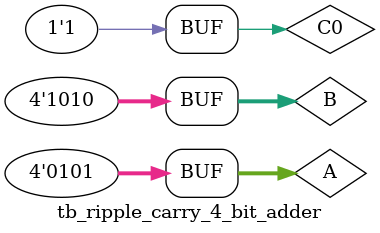
<source format=v>
module tb_ripple_carry_4_bit_adder();
	reg [3:0] A,B;
	reg C0;
	wire [3:0] S;
	wire C4;
	
	ripple_carry_4_bit_adder uut(
		.A(A),
		.B(B),
		.S(S),
		.C4(C4),
		.C0(C0)
		);
	
	initial begin
		A=0;
		B=0;
		C0=0;
				// Add stimulus here
		#10 C0 = 0;
		#10 A = 4'ha; 
		#10 B = 4'h5;
		#20 A = 0; 
		#20 B = 0;
		#30 A = 4'h5; 
		#30 B = 4'ha;
		#40 C0 = 1;
		#50 A = 4'ha; 
		#50 B = 4'h5;
		#60 A = 0; 
		#60 B = 0;
		#70 A = 4'h5; 
		#70 B = 4'ha;

	end
      
endmodule

</source>
